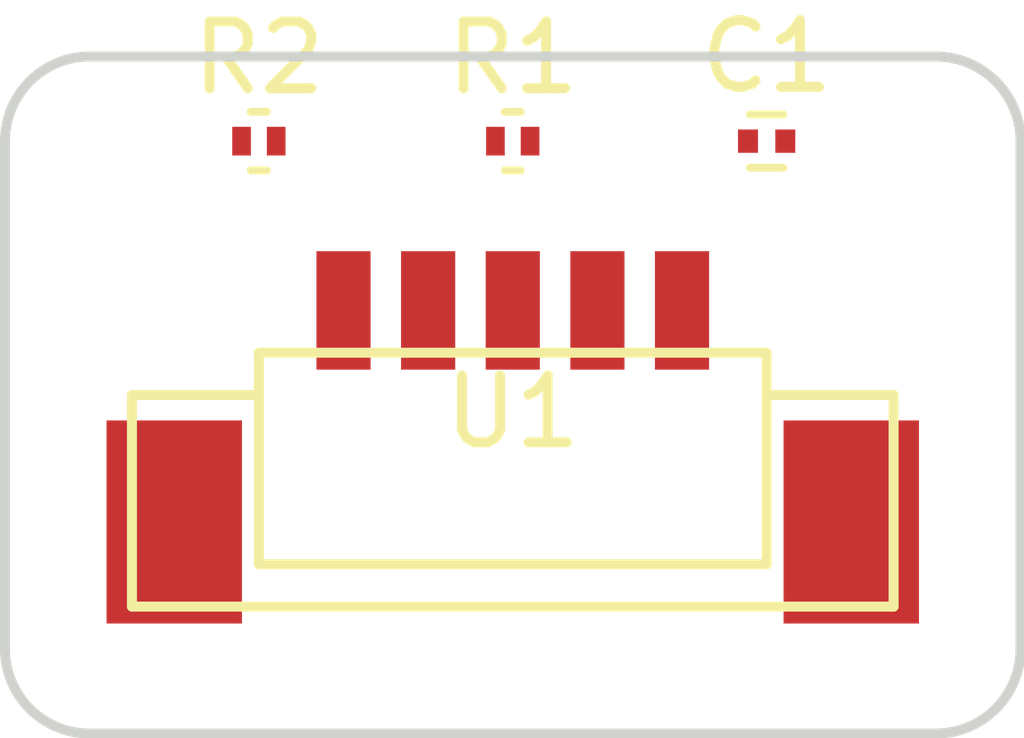
<source format=kicad_pcb>
(kicad_pcb (version 4) (host pcbnew 4.0.6)

  (general
    (links 6)
    (no_connects 6)
    (area 140.894999 91.364999 156.285001 101.675001)
    (thickness 1.6)
    (drawings 8)
    (tracks 0)
    (zones 0)
    (modules 4)
    (nets 6)
  )

  (page A4)
  (layers
    (0 F.Cu signal)
    (31 B.Cu signal)
    (32 B.Adhes user)
    (33 F.Adhes user)
    (34 B.Paste user)
    (35 F.Paste user)
    (36 B.SilkS user)
    (37 F.SilkS user)
    (38 B.Mask user)
    (39 F.Mask user)
    (40 Dwgs.User user)
    (41 Cmts.User user)
    (42 Eco1.User user)
    (43 Eco2.User user)
    (44 Edge.Cuts user)
    (45 Margin user)
    (46 B.CrtYd user)
    (47 F.CrtYd user)
    (48 B.Fab user)
    (49 F.Fab user)
  )

  (setup
    (last_trace_width 0.25)
    (trace_clearance 0.2)
    (zone_clearance 0.508)
    (zone_45_only no)
    (trace_min 0.2)
    (segment_width 0.2)
    (edge_width 0.15)
    (via_size 0.6)
    (via_drill 0.4)
    (via_min_size 0.4)
    (via_min_drill 0.3)
    (uvia_size 0.3)
    (uvia_drill 0.1)
    (uvias_allowed no)
    (uvia_min_size 0.2)
    (uvia_min_drill 0.1)
    (pcb_text_width 0.3)
    (pcb_text_size 1.5 1.5)
    (mod_edge_width 0.15)
    (mod_text_size 1 1)
    (mod_text_width 0.15)
    (pad_size 1.524 1.524)
    (pad_drill 0.762)
    (pad_to_mask_clearance 0.2)
    (aux_axis_origin 0 0)
    (visible_elements FFFCFF7F)
    (pcbplotparams
      (layerselection 0x00030_80000001)
      (usegerberextensions false)
      (excludeedgelayer true)
      (linewidth 0.100000)
      (plotframeref false)
      (viasonmask false)
      (mode 1)
      (useauxorigin false)
      (hpglpennumber 1)
      (hpglpenspeed 20)
      (hpglpendiameter 15)
      (hpglpenoverlay 2)
      (psnegative false)
      (psa4output false)
      (plotreference true)
      (plotvalue true)
      (plotinvisibletext false)
      (padsonsilk false)
      (subtractmaskfromsilk false)
      (outputformat 1)
      (mirror false)
      (drillshape 1)
      (scaleselection 1)
      (outputdirectory ""))
  )

  (net 0 "")
  (net 1 +3V3)
  (net 2 GND)
  (net 3 SDA)
  (net 4 SCL)
  (net 5 "Net-(U1-Pad5)")

  (net_class Default "This is the default net class."
    (clearance 0.2)
    (trace_width 0.25)
    (via_dia 0.6)
    (via_drill 0.4)
    (uvia_dia 0.3)
    (uvia_drill 0.1)
    (add_net +3V3)
    (add_net GND)
    (add_net "Net-(U1-Pad5)")
    (add_net SCL)
    (add_net SDA)
  )

  (module Capacitors_SMD:C_0201 (layer F.Cu) (tedit 5936E694) (tstamp 5936E485)
    (at 152.4 92.71)
    (descr "Capacitor SMD 0201, reflow soldering, AVX (see smccp.pdf)")
    (tags "capacitor 0201")
    (path /5936D39F)
    (attr smd)
    (fp_text reference C1 (at 0 -1.27) (layer F.SilkS)
      (effects (font (size 1 1) (thickness 0.15)))
    )
    (fp_text value 0.1uF (at 0 1.27) (layer F.Fab)
      (effects (font (size 1 1) (thickness 0.15)))
    )
    (fp_text user %R (at 1.905 0) (layer F.Fab)
      (effects (font (size 1 1) (thickness 0.15)))
    )
    (fp_line (start -0.3 0.15) (end -0.3 -0.15) (layer F.Fab) (width 0.1))
    (fp_line (start 0.3 0.15) (end -0.3 0.15) (layer F.Fab) (width 0.1))
    (fp_line (start 0.3 -0.15) (end 0.3 0.15) (layer F.Fab) (width 0.1))
    (fp_line (start -0.3 -0.15) (end 0.3 -0.15) (layer F.Fab) (width 0.1))
    (fp_line (start 0.25 0.4) (end -0.25 0.4) (layer F.SilkS) (width 0.12))
    (fp_line (start -0.25 -0.4) (end 0.25 -0.4) (layer F.SilkS) (width 0.12))
    (fp_line (start -0.58 -0.33) (end 0.58 -0.33) (layer F.CrtYd) (width 0.05))
    (fp_line (start -0.58 -0.33) (end -0.58 0.32) (layer F.CrtYd) (width 0.05))
    (fp_line (start 0.58 0.32) (end 0.58 -0.33) (layer F.CrtYd) (width 0.05))
    (fp_line (start 0.58 0.32) (end -0.58 0.32) (layer F.CrtYd) (width 0.05))
    (pad 1 smd rect (at -0.28 0) (size 0.3 0.35) (layers F.Cu F.Paste F.Mask)
      (net 1 +3V3))
    (pad 2 smd rect (at 0.28 0) (size 0.3 0.35) (layers F.Cu F.Paste F.Mask)
      (net 2 GND))
    (model Capacitors_SMD.3dshapes/C_0201.wrl
      (at (xyz 0 0 0))
      (scale (xyz 1 1 1))
      (rotate (xyz 0 0 0))
    )
  )

  (module Resistors_SMD:R_0201 (layer F.Cu) (tedit 5936E6A4) (tstamp 5936E48B)
    (at 148.59 92.71)
    (descr "Resistor SMD 0201, reflow soldering, Vishay (see crcw0201e3.pdf)")
    (tags "resistor 0201")
    (path /5936D7D9)
    (attr smd)
    (fp_text reference R1 (at 0 -1.25) (layer F.SilkS)
      (effects (font (size 1 1) (thickness 0.15)))
    )
    (fp_text value 4.7K (at 0 1.3) (layer F.Fab)
      (effects (font (size 1 1) (thickness 0.15)))
    )
    (fp_text user %R (at 1.905 0) (layer F.Fab)
      (effects (font (size 1 1) (thickness 0.15)))
    )
    (fp_line (start -0.3 0.15) (end -0.3 -0.15) (layer F.Fab) (width 0.1))
    (fp_line (start 0.3 0.15) (end -0.3 0.15) (layer F.Fab) (width 0.1))
    (fp_line (start 0.3 -0.15) (end 0.3 0.15) (layer F.Fab) (width 0.1))
    (fp_line (start -0.3 -0.15) (end 0.3 -0.15) (layer F.Fab) (width 0.1))
    (fp_line (start 0.12 -0.44) (end -0.12 -0.44) (layer F.SilkS) (width 0.12))
    (fp_line (start -0.12 0.44) (end 0.12 0.44) (layer F.SilkS) (width 0.12))
    (fp_line (start -0.55 -0.37) (end 0.55 -0.37) (layer F.CrtYd) (width 0.05))
    (fp_line (start -0.55 -0.37) (end -0.55 0.36) (layer F.CrtYd) (width 0.05))
    (fp_line (start 0.55 0.36) (end 0.55 -0.37) (layer F.CrtYd) (width 0.05))
    (fp_line (start 0.55 0.36) (end -0.55 0.36) (layer F.CrtYd) (width 0.05))
    (pad 1 smd rect (at -0.26 0) (size 0.28 0.43) (layers F.Cu F.Paste F.Mask)
      (net 1 +3V3))
    (pad 2 smd rect (at 0.26 0) (size 0.28 0.43) (layers F.Cu F.Paste F.Mask)
      (net 3 SDA))
    (model ${KISYS3DMOD}/Resistors_SMD.3dshapes/R_0201.wrl
      (at (xyz 0 0 0))
      (scale (xyz 1 1 1))
      (rotate (xyz 0 0 0))
    )
  )

  (module Resistors_SMD:R_0201 (layer F.Cu) (tedit 5936E6A7) (tstamp 5936E491)
    (at 144.78 92.71)
    (descr "Resistor SMD 0201, reflow soldering, Vishay (see crcw0201e3.pdf)")
    (tags "resistor 0201")
    (path /5936DA10)
    (attr smd)
    (fp_text reference R2 (at 0 -1.25) (layer F.SilkS)
      (effects (font (size 1 1) (thickness 0.15)))
    )
    (fp_text value 4.7K (at 0 1.3) (layer F.Fab)
      (effects (font (size 1 1) (thickness 0.15)))
    )
    (fp_text user %R (at 1.905 0) (layer F.Fab)
      (effects (font (size 1 1) (thickness 0.15)))
    )
    (fp_line (start -0.3 0.15) (end -0.3 -0.15) (layer F.Fab) (width 0.1))
    (fp_line (start 0.3 0.15) (end -0.3 0.15) (layer F.Fab) (width 0.1))
    (fp_line (start 0.3 -0.15) (end 0.3 0.15) (layer F.Fab) (width 0.1))
    (fp_line (start -0.3 -0.15) (end 0.3 -0.15) (layer F.Fab) (width 0.1))
    (fp_line (start 0.12 -0.44) (end -0.12 -0.44) (layer F.SilkS) (width 0.12))
    (fp_line (start -0.12 0.44) (end 0.12 0.44) (layer F.SilkS) (width 0.12))
    (fp_line (start -0.55 -0.37) (end 0.55 -0.37) (layer F.CrtYd) (width 0.05))
    (fp_line (start -0.55 -0.37) (end -0.55 0.36) (layer F.CrtYd) (width 0.05))
    (fp_line (start 0.55 0.36) (end 0.55 -0.37) (layer F.CrtYd) (width 0.05))
    (fp_line (start 0.55 0.36) (end -0.55 0.36) (layer F.CrtYd) (width 0.05))
    (pad 1 smd rect (at -0.26 0) (size 0.28 0.43) (layers F.Cu F.Paste F.Mask)
      (net 1 +3V3))
    (pad 2 smd rect (at 0.26 0) (size 0.28 0.43) (layers F.Cu F.Paste F.Mask)
      (net 4 SCL))
    (model ${KISYS3DMOD}/Resistors_SMD.3dshapes/R_0201.wrl
      (at (xyz 0 0 0))
      (scale (xyz 1 1 1))
      (rotate (xyz 0 0 0))
    )
  )

  (module SMD_Packages:Conn-5 (layer F.Cu) (tedit 0) (tstamp 5936E49C)
    (at 148.59 95.25)
    (path /5936D10C)
    (attr smd)
    (fp_text reference U1 (at 0 1.524) (layer F.SilkS)
      (effects (font (size 1 1) (thickness 0.15)))
    )
    (fp_text value test_comp (at 0 2.794) (layer F.Fab)
      (effects (font (size 1 1) (thickness 0.15)))
    )
    (fp_line (start 3.81 1.27) (end 3.81 3.81) (layer F.SilkS) (width 0.15))
    (fp_line (start 3.81 3.81) (end -3.81 3.81) (layer F.SilkS) (width 0.15))
    (fp_line (start -3.81 3.81) (end -3.81 1.27) (layer F.SilkS) (width 0.15))
    (fp_line (start 5.715 4.445) (end -5.715 4.445) (layer F.SilkS) (width 0.15))
    (fp_line (start -5.715 4.445) (end -5.715 1.27) (layer F.SilkS) (width 0.15))
    (fp_line (start -5.715 1.27) (end -3.81 1.27) (layer F.SilkS) (width 0.15))
    (fp_line (start -3.81 1.27) (end -3.81 0.635) (layer F.SilkS) (width 0.15))
    (fp_line (start -3.81 0.635) (end 3.81 0.635) (layer F.SilkS) (width 0.15))
    (fp_line (start 3.81 0.635) (end 3.81 1.27) (layer F.SilkS) (width 0.15))
    (fp_line (start 3.81 1.27) (end 5.715 1.27) (layer F.SilkS) (width 0.15))
    (fp_line (start 5.715 4.445) (end 5.715 1.27) (layer F.SilkS) (width 0.15))
    (pad 3 smd rect (at 0 0) (size 0.8128 1.778) (layers F.Cu F.Paste F.Mask)
      (net 3 SDA))
    (pad 2 smd rect (at -1.27 0) (size 0.8128 1.778) (layers F.Cu F.Paste F.Mask)
      (net 4 SCL))
    (pad 1 smd rect (at -2.54 0) (size 0.8128 1.778) (layers F.Cu F.Paste F.Mask)
      (net 1 +3V3))
    (pad "" smd rect (at 5.08 3.175) (size 2.032 3.048) (layers F.Cu F.Paste F.Mask))
    (pad "" smd rect (at -5.08 3.175) (size 2.032 3.048) (layers F.Cu F.Paste F.Mask))
    (pad 4 smd rect (at 1.27 0) (size 0.8128 1.778) (layers F.Cu F.Paste F.Mask)
      (net 2 GND))
    (pad 5 smd rect (at 2.54 0) (size 0.8128 1.778) (layers F.Cu F.Paste F.Mask)
      (net 5 "Net-(U1-Pad5)"))
    (model SMD_Packages.3dshapes/Conn-5.wrl
      (at (xyz 0 -0.14 0))
      (scale (xyz 0.4 0.4 0.4))
      (rotate (xyz 0 0 0))
    )
  )

  (gr_arc (start 142.24 100.33) (end 142.24 101.6) (angle 90) (layer Edge.Cuts) (width 0.15))
  (gr_arc (start 142.24 92.71) (end 140.97 92.71) (angle 90) (layer Edge.Cuts) (width 0.15))
  (gr_arc (start 154.94 92.71) (end 154.94 91.44) (angle 90) (layer Edge.Cuts) (width 0.15))
  (gr_arc (start 154.94 100.33) (end 156.21 100.33) (angle 90) (layer Edge.Cuts) (width 0.15))
  (gr_line (start 140.97 92.71) (end 140.97 100.33) (angle 90) (layer Edge.Cuts) (width 0.15))
  (gr_line (start 142.24 91.44) (end 154.94 91.44) (angle 90) (layer Edge.Cuts) (width 0.15))
  (gr_line (start 156.21 100.33) (end 156.21 92.71) (angle 90) (layer Edge.Cuts) (width 0.15))
  (gr_line (start 142.24 101.6) (end 154.94 101.6) (angle 90) (layer Edge.Cuts) (width 0.15))

)

</source>
